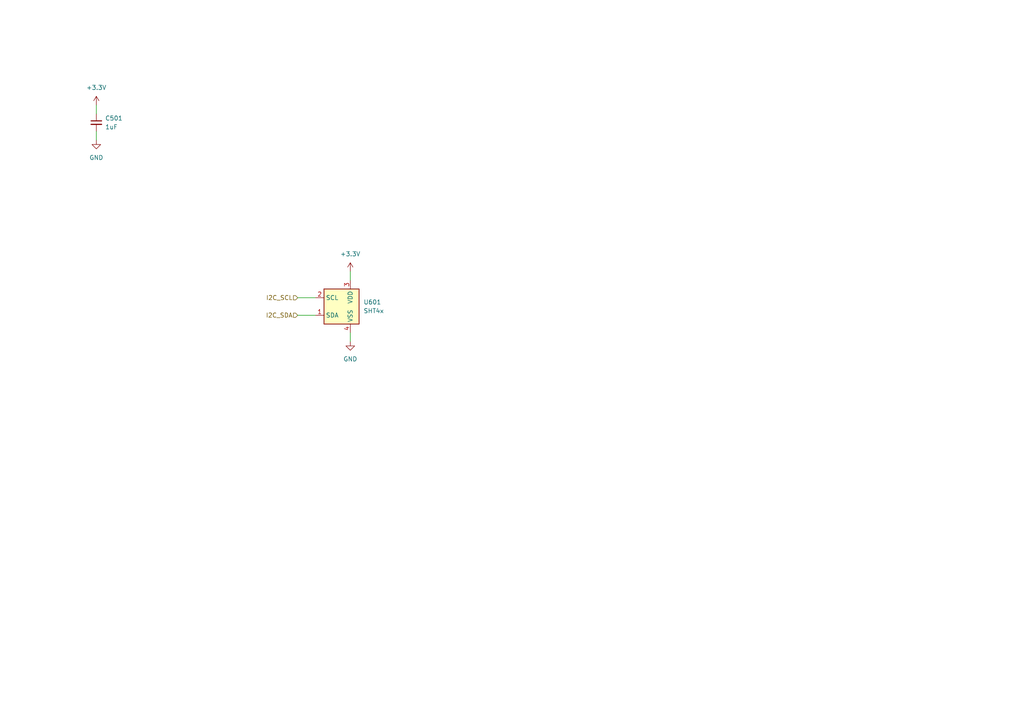
<source format=kicad_sch>
(kicad_sch (version 20230121) (generator eeschema)
  (paper "A4")
  (lib_symbols
    (symbol "Device:C_Small" (pin_numbers hide) (pin_names (offset 0.254) hide)
      (property "Reference" "C" (at 0.254 1.778 0))
      (property "Value" "C_Small" (at 0.254 -2.032 0))
      (symbol "C_Small_0_1"
        (polyline (pts (xy -1.524 -0.508) (xy 1.524 -0.508)) (stroke (width 0.3302)))
        (polyline (pts (xy -1.524 0.508) (xy 1.524 0.508)) (stroke (width 0.3048)))
      )
      (symbol "C_Small_1_1"
        (pin passive line (at 0 2.54 270) (length 2.032) (name "~") (number "1"))
        (pin passive line (at 0 -2.54 90) (length 2.032) (name "~") (number "2"))
      )
    )
    (symbol "Sensor_Humidity:SHT4x"
      (property "Reference" "U" (at 0 8.89 0))
      (property "Value" "SHT4x" (at 0 6.35 0))
      (symbol "SHT4x_1_1"
        (rectangle (start -5.08 5.08) (end 5.08 -5.08) (stroke (width 0.254)) (fill (type background)))
        (pin bidirectional line (at -7.62 -2.54 0) (length 2.54) (name "SDA") (number "1"))
        (pin input line (at -7.62 2.54 0) (length 2.54) (name "SCL") (number "2"))
        (pin power_in line (at 2.54 7.62 270) (length 2.54) (name "VDD") (number "3"))
        (pin power_in line (at 2.54 -7.62 90) (length 2.54) (name "VSS") (number "4"))
      )
    )
    (symbol "power:+3.3V" (power) (pin_names (offset 0))
      (property "Value" "+3.3V" (at 0 3.556 0))
      (symbol "+3.3V_0_1"
        (polyline (pts (xy -0.762 1.27) (xy 0 2.54)))
        (polyline (pts (xy 0 0) (xy 0 2.54)))
        (polyline (pts (xy 0 2.54) (xy 0.762 1.27)))
      )
      (symbol "+3.3V_1_1"
        (pin power_in line (at 0 0 90) (length 0) hide (name "+3.3V") (number "1"))
      )
    )
    (symbol "power:GND" (power) (pin_names (offset 0))
      (property "Value" "GND" (at 0 -3.81 0))
      (symbol "GND_0_1"
        (polyline (pts (xy 0 0) (xy 0 -1.27) (xy 1.27 -1.27) (xy 0 -2.54) (xy -1.27 -1.27) (xy 0 -1.27)))
      )
      (symbol "GND_1_1"
        (pin power_in line (at 0 0 270) (length 0) hide (name "GND") (number "1"))
      )
    )
  )
  (wire (pts (xy 27.94 38.1) (xy 27.94 40.64)))
  (wire (pts (xy 86.36 86.36) (xy 91.44 86.36)))
  (wire (pts (xy 101.6 96.52) (xy 101.6 99.06)))
  (wire (pts (xy 27.94 30.48) (xy 27.94 33.02)))
  (wire (pts (xy 86.36 91.44) (xy 91.44 91.44)))
  (wire (pts (xy 101.6 78.74) (xy 101.6 81.28)))
  (hierarchical_label "I2C_SDA" (shape input) (at 86.36 91.44 180))
  (hierarchical_label "I2C_SCL" (shape input) (at 86.36 86.36 180))
  (symbol (lib_id "power:GND") (at 101.6 99.06 0) (unit 1)
    (property "Reference" "#PWR0502" (effects hide))
    (property "Value" "GND" (at 101.6 104.14 0))
    (instances (project "esp32_sensor_board" (path "" (reference "#PWR0502") (unit 1)) (path "" (reference "#PWR0604") (unit 1))))
  )
  (symbol (lib_id "power:GND") (at 27.94 40.64 0) (unit 1)
    (property "Reference" "#PWR0502" (effects hide))
    (property "Value" "GND" (at 27.94 45.72 0))
    (instances (project "esp32_sensor_board" (path "" (reference "#PWR0502") (unit 1)) (path "" (reference "#PWR0602") (unit 1))))
  )
  (symbol (lib_id "power:+3.3V") (at 27.94 30.48 0) (unit 1)
    (property "Reference" "#PWR0501" (effects hide))
    (property "Value" "+3.3V" (at 27.94 25.4 0))
    (instances (project "esp32_sensor_board" (path "" (reference "#PWR0501") (unit 1)) (path "" (reference "#PWR0601") (unit 1))))
  )
  (symbol (lib_id "power:+3.3V") (at 101.6 78.74 0) (unit 1)
    (property "Reference" "#PWR0501" (effects hide))
    (property "Value" "+3.3V" (at 101.6 73.66 0))
    (instances (project "esp32_sensor_board" (path "" (reference "#PWR0501") (unit 1)) (path "" (reference "#PWR0603") (unit 1))))
  )
  (symbol (lib_id "Sensor_Humidity:SHT4x") (at 99.06 88.9 0) (unit 1)
    (property "Reference" "U601" (at 105.41 87.63 0) (effects (justify left)))
    (property "Value" "SHT4x" (at 105.41 90.17 0) (effects (justify left)))
    (property "Footprint" "Sensor_Humidity:Sensirion_DFN-4_1.5x1.5mm_P0.8mm_SHT4x_NoCentralPad" (effects hide))
    (property "Datasheet" "https://sensirion.com/media/documents/33FD6951/624C4357/Datasheet_SHT4x.pdf" (effects hide))
  )
  (symbol (lib_id "Device:C_Small") (at 27.94 35.56 0) (unit 1)
    (property "Reference" "C501" (at 30.48 34.2963 0) (effects (justify left)))
    (property "Value" "1uF" (at 30.48 36.8363 0) (effects (justify left)))
    (property "Footprint" "Capacitor_SMD:C_0805_2012Metric" (effects hide))
    (instances (project "esp32_sensor_board" (path "" (reference "C501") (unit 1)) (path "" (reference "C601") (unit 1))))
  )
)
</source>
